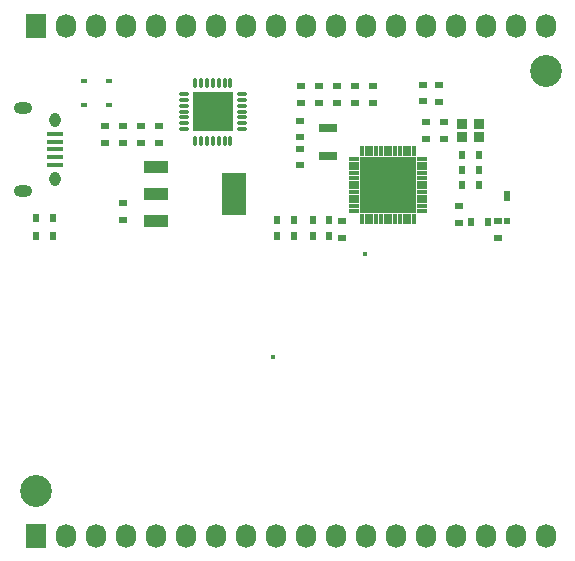
<source format=gts>
G04 #@! TF.FileFunction,Soldermask,Top*
%FSLAX46Y46*%
G04 Gerber Fmt 4.6, Leading zero omitted, Abs format (unit mm)*
G04 Created by KiCad (PCBNEW 4.0.2-stable) date Måndag 18 Juli 2016 14:34:59*
%MOMM*%
G01*
G04 APERTURE LIST*
%ADD10C,0.152400*%
%ADD11R,0.500000X0.500000*%
%ADD12R,0.500000X0.900000*%
%ADD13C,2.700000*%
%ADD14R,0.600000X0.800000*%
%ADD15R,0.590000X0.450000*%
%ADD16R,0.400000X0.400000*%
%ADD17R,1.350000X0.400000*%
%ADD18O,0.950000X1.250000*%
%ADD19O,1.550000X1.000000*%
%ADD20R,1.727200X2.032000*%
%ADD21O,1.727200X2.032000*%
%ADD22O,0.850000X0.300000*%
%ADD23O,0.300000X0.850000*%
%ADD24R,1.675000X1.675000*%
%ADD25R,0.800000X0.600000*%
%ADD26R,0.950000X0.850000*%
%ADD27R,1.500000X0.800000*%
%ADD28R,1.680000X1.680000*%
%ADD29R,0.840000X0.410000*%
%ADD30R,0.410000X0.840000*%
%ADD31R,2.032000X3.657600*%
%ADD32R,2.032000X1.016000*%
G04 APERTURE END LIST*
D10*
D11*
X67818000Y-44450000D03*
D12*
X67818000Y-42350000D03*
D13*
X27940000Y-67310000D03*
X71120000Y-31750000D03*
D14*
X29402000Y-44196000D03*
X28002000Y-44196000D03*
X27977000Y-45720000D03*
X29427000Y-45720000D03*
D15*
X34114000Y-32639000D03*
X32004000Y-32639000D03*
D16*
X55856800Y-47281600D03*
X48056800Y-55981600D03*
D17*
X29547800Y-37110000D03*
X29547800Y-37760000D03*
X29547800Y-38410000D03*
X29547800Y-39060000D03*
X29547800Y-39710000D03*
D18*
X29547800Y-35910000D03*
X29547800Y-40910000D03*
D19*
X26847800Y-34910000D03*
X26847800Y-41910000D03*
D20*
X27940000Y-71120000D03*
D21*
X30480000Y-71120000D03*
X33020000Y-71120000D03*
X35560000Y-71120000D03*
X38100000Y-71120000D03*
X40640000Y-71120000D03*
X43180000Y-71120000D03*
X45720000Y-71120000D03*
X48260000Y-71120000D03*
X50800000Y-71120000D03*
X53340000Y-71120000D03*
X55880000Y-71120000D03*
X58420000Y-71120000D03*
X60960000Y-71120000D03*
X63500000Y-71120000D03*
X66040000Y-71120000D03*
X68580000Y-71120000D03*
X71120000Y-71120000D03*
D22*
X40476000Y-33716000D03*
X40476000Y-34216000D03*
X40476000Y-34716000D03*
X40476000Y-35216000D03*
X40476000Y-35716000D03*
X40476000Y-36216000D03*
X40476000Y-36716000D03*
D23*
X41426000Y-37666000D03*
X41926000Y-37666000D03*
X42426000Y-37666000D03*
X42926000Y-37666000D03*
X43426000Y-37666000D03*
X43926000Y-37666000D03*
X44426000Y-37666000D03*
D22*
X45376000Y-36716000D03*
X45376000Y-36216000D03*
X45376000Y-35716000D03*
X45376000Y-35216000D03*
X45376000Y-34716000D03*
X45376000Y-34216000D03*
X45376000Y-33716000D03*
D23*
X44426000Y-32766000D03*
X43926000Y-32766000D03*
X43426000Y-32766000D03*
X42926000Y-32766000D03*
X42426000Y-32766000D03*
X41926000Y-32766000D03*
X41426000Y-32766000D03*
D24*
X43763500Y-36053500D03*
X43763500Y-34378500D03*
X42088500Y-36053500D03*
X42088500Y-34378500D03*
D14*
X51371500Y-45783500D03*
X52771500Y-45783500D03*
X48385500Y-45783500D03*
X49785500Y-45783500D03*
D25*
X33782000Y-37847500D03*
X33782000Y-36447500D03*
X35306000Y-42988000D03*
X35306000Y-44388000D03*
D14*
X64832000Y-44577000D03*
X66232000Y-44577000D03*
D25*
X67056000Y-44512000D03*
X67056000Y-45912000D03*
X63754000Y-44642000D03*
X63754000Y-43242000D03*
X62484000Y-36128500D03*
X62484000Y-37528500D03*
D14*
X64045500Y-38887500D03*
X65445500Y-38887500D03*
X64045500Y-40157500D03*
X65445500Y-40157500D03*
D25*
X50419000Y-34482000D03*
X50419000Y-33082000D03*
X51943000Y-34482000D03*
X51943000Y-33082000D03*
X60960000Y-37528500D03*
X60960000Y-36128500D03*
X53848000Y-44512000D03*
X53848000Y-45912000D03*
X50292000Y-39752500D03*
X50292000Y-38352500D03*
X50292000Y-37403000D03*
X50292000Y-36003000D03*
D26*
X65458000Y-37401500D03*
X65458000Y-36251500D03*
X64008000Y-36251500D03*
X64008000Y-37401500D03*
D27*
X52641500Y-36582500D03*
X52641500Y-38982500D03*
D28*
X57760500Y-42947500D03*
X59280500Y-41427500D03*
X56240500Y-41427500D03*
X57760500Y-41427500D03*
X57760500Y-39907500D03*
D29*
X54900500Y-39227500D03*
X54900500Y-39627500D03*
X54900500Y-40027500D03*
X54900500Y-40427500D03*
X54900500Y-40827500D03*
X54900500Y-41227500D03*
X54900500Y-41627500D03*
X54900500Y-42027500D03*
X54900500Y-42427500D03*
X54900500Y-42827500D03*
X54900500Y-43227500D03*
X54900500Y-43627500D03*
D30*
X55560500Y-44287500D03*
X55960500Y-44287500D03*
X56360500Y-44287500D03*
X56760500Y-44287500D03*
X57160500Y-44287500D03*
X57560500Y-44287500D03*
X57960500Y-44287500D03*
X58360500Y-44287500D03*
X58760500Y-44287500D03*
X59160500Y-44287500D03*
X59560500Y-44287500D03*
X59960500Y-44287500D03*
D29*
X60620500Y-43627500D03*
X60620500Y-43227500D03*
X60620500Y-42827500D03*
X60620500Y-42427500D03*
X60620500Y-42027500D03*
X60620500Y-41627500D03*
X60620500Y-41227500D03*
X60620500Y-40827500D03*
X60620500Y-40427500D03*
X60620500Y-40027500D03*
X60620500Y-39627500D03*
X60620500Y-39227500D03*
D30*
X59960500Y-38567500D03*
X59560500Y-38567500D03*
X59160500Y-38567500D03*
X58760500Y-38567500D03*
X58360500Y-38567500D03*
X57960500Y-38567500D03*
X57560500Y-38567500D03*
X57160500Y-38567500D03*
X56760500Y-38567500D03*
X56360500Y-38567500D03*
X55960500Y-38567500D03*
X55560500Y-38567500D03*
D28*
X56240500Y-39907500D03*
X59280500Y-39907500D03*
X59280500Y-42947500D03*
X56240500Y-42947500D03*
D25*
X54991000Y-33082000D03*
X54991000Y-34482000D03*
X53467000Y-34482000D03*
X53467000Y-33082000D03*
X56515000Y-34482000D03*
X56515000Y-33082000D03*
X38354000Y-37847500D03*
X38354000Y-36447500D03*
X36830000Y-37847500D03*
X36830000Y-36447500D03*
X35306000Y-37847500D03*
X35306000Y-36447500D03*
D14*
X51371500Y-44386500D03*
X52771500Y-44386500D03*
X48385500Y-44386500D03*
X49785500Y-44386500D03*
D31*
X44704000Y-42164000D03*
D32*
X38100000Y-42164000D03*
X38100000Y-44450000D03*
X38100000Y-39878000D03*
D20*
X27940000Y-27940000D03*
D21*
X30480000Y-27940000D03*
X33020000Y-27940000D03*
X35560000Y-27940000D03*
X38100000Y-27940000D03*
X40640000Y-27940000D03*
X43180000Y-27940000D03*
X45720000Y-27940000D03*
X48260000Y-27940000D03*
X50800000Y-27940000D03*
X53340000Y-27940000D03*
X55880000Y-27940000D03*
X58420000Y-27940000D03*
X60960000Y-27940000D03*
X63500000Y-27940000D03*
X66040000Y-27940000D03*
X68580000Y-27940000D03*
X71120000Y-27940000D03*
D14*
X64070000Y-41402000D03*
X65470000Y-41402000D03*
D15*
X34114000Y-34671000D03*
X32004000Y-34671000D03*
D25*
X62103000Y-32930000D03*
X62103000Y-34380000D03*
X60706000Y-34355000D03*
X60706000Y-32955000D03*
M02*

</source>
